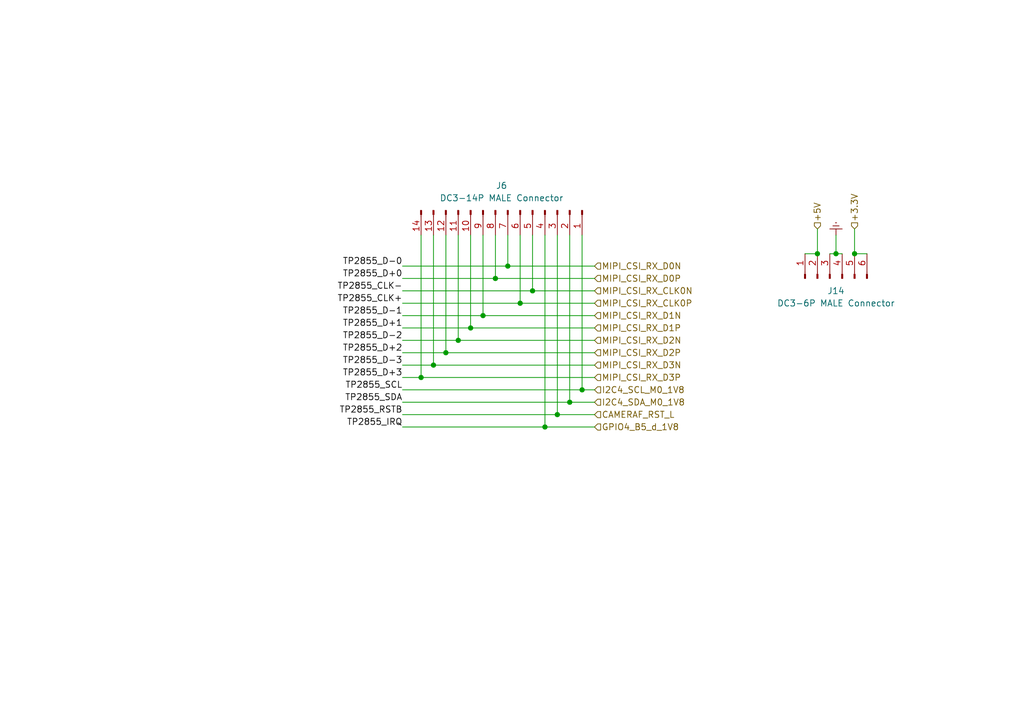
<source format=kicad_sch>
(kicad_sch (version 20231120) (generator "eeschema") (generator_version "8.0")
  (paper "A5")
  (lib_symbols
    (symbol "Connector:Conn_01x06_Pin" (pin_names (offset 1.016) hide)
      (property "Reference" "J" (at 0 7.62 0))
      (property "Value" "Conn_01x06_Pin" (at 0 -10.16 0))
      (symbol "Conn_01x06_Pin_1_1"
        (polyline (pts (xy 1.27 -7.62) (xy 0.8636 -7.62)) (stroke (width 0.1524)))
        (polyline (pts (xy 1.27 -5.08) (xy 0.8636 -5.08)) (stroke (width 0.1524)))
        (polyline (pts (xy 1.27 -2.54) (xy 0.8636 -2.54)) (stroke (width 0.1524)))
        (polyline (pts (xy 1.27 0) (xy 0.8636 0)) (stroke (width 0.1524)))
        (polyline (pts (xy 1.27 2.54) (xy 0.8636 2.54)) (stroke (width 0.1524)))
        (polyline (pts (xy 1.27 5.08) (xy 0.8636 5.08)) (stroke (width 0.1524)))
        (rectangle (start 0.8636 -7.493) (end 0 -7.747) (stroke (width 0.1524)) (fill (type outline)))
        (rectangle (start 0.8636 -4.953) (end 0 -5.207) (stroke (width 0.1524)) (fill (type outline)))
        (rectangle (start 0.8636 -2.413) (end 0 -2.667) (stroke (width 0.1524)) (fill (type outline)))
        (rectangle (start 0.8636 0.127) (end 0 -0.127) (stroke (width 0.1524)) (fill (type outline)))
        (rectangle (start 0.8636 2.667) (end 0 2.413) (stroke (width 0.1524)) (fill (type outline)))
        (rectangle (start 0.8636 5.207) (end 0 4.953) (stroke (width 0.1524)) (fill (type outline)))
        (pin passive line (at 5.08 5.08 180) (length 3.81) (name "Pin_1") (number "1"))
        (pin passive line (at 5.08 2.54 180) (length 3.81) (name "Pin_2") (number "2"))
        (pin passive line (at 5.08 0 180) (length 3.81) (name "Pin_3") (number "3"))
        (pin passive line (at 5.08 -2.54 180) (length 3.81) (name "Pin_4") (number "4"))
        (pin passive line (at 5.08 -5.08 180) (length 3.81) (name "Pin_5") (number "5"))
        (pin passive line (at 5.08 -7.62 180) (length 3.81) (name "Pin_6") (number "6"))
      )
    )
    (symbol "Connector:Conn_01x14_Pin" (pin_names (offset 1.016) hide)
      (property "Reference" "J" (at 0 17.78 0))
      (property "Value" "Conn_01x14_Pin" (at 0 -20.32 0))
      (symbol "Conn_01x14_Pin_1_1"
        (polyline (pts (xy 1.27 -17.78) (xy 0.8636 -17.78)) (stroke (width 0.1524)))
        (polyline (pts (xy 1.27 -15.24) (xy 0.8636 -15.24)) (stroke (width 0.1524)))
        (polyline (pts (xy 1.27 -12.7) (xy 0.8636 -12.7)) (stroke (width 0.1524)))
        (polyline (pts (xy 1.27 -10.16) (xy 0.8636 -10.16)) (stroke (width 0.1524)))
        (polyline (pts (xy 1.27 -7.62) (xy 0.8636 -7.62)) (stroke (width 0.1524)))
        (polyline (pts (xy 1.27 -5.08) (xy 0.8636 -5.08)) (stroke (width 0.1524)))
        (polyline (pts (xy 1.27 -2.54) (xy 0.8636 -2.54)) (stroke (width 0.1524)))
        (polyline (pts (xy 1.27 0) (xy 0.8636 0)) (stroke (width 0.1524)))
        (polyline (pts (xy 1.27 2.54) (xy 0.8636 2.54)) (stroke (width 0.1524)))
        (polyline (pts (xy 1.27 5.08) (xy 0.8636 5.08)) (stroke (width 0.1524)))
        (polyline (pts (xy 1.27 7.62) (xy 0.8636 7.62)) (stroke (width 0.1524)))
        (polyline (pts (xy 1.27 10.16) (xy 0.8636 10.16)) (stroke (width 0.1524)))
        (polyline (pts (xy 1.27 12.7) (xy 0.8636 12.7)) (stroke (width 0.1524)))
        (polyline (pts (xy 1.27 15.24) (xy 0.8636 15.24)) (stroke (width 0.1524)))
        (rectangle (start 0.8636 -17.653) (end 0 -17.907) (stroke (width 0.1524)) (fill (type outline)))
        (rectangle (start 0.8636 -15.113) (end 0 -15.367) (stroke (width 0.1524)) (fill (type outline)))
        (rectangle (start 0.8636 -12.573) (end 0 -12.827) (stroke (width 0.1524)) (fill (type outline)))
        (rectangle (start 0.8636 -10.033) (end 0 -10.287) (stroke (width 0.1524)) (fill (type outline)))
        (rectangle (start 0.8636 -7.493) (end 0 -7.747) (stroke (width 0.1524)) (fill (type outline)))
        (rectangle (start 0.8636 -4.953) (end 0 -5.207) (stroke (width 0.1524)) (fill (type outline)))
        (rectangle (start 0.8636 -2.413) (end 0 -2.667) (stroke (width 0.1524)) (fill (type outline)))
        (rectangle (start 0.8636 0.127) (end 0 -0.127) (stroke (width 0.1524)) (fill (type outline)))
        (rectangle (start 0.8636 2.667) (end 0 2.413) (stroke (width 0.1524)) (fill (type outline)))
        (rectangle (start 0.8636 5.207) (end 0 4.953) (stroke (width 0.1524)) (fill (type outline)))
        (rectangle (start 0.8636 7.747) (end 0 7.493) (stroke (width 0.1524)) (fill (type outline)))
        (rectangle (start 0.8636 10.287) (end 0 10.033) (stroke (width 0.1524)) (fill (type outline)))
        (rectangle (start 0.8636 12.827) (end 0 12.573) (stroke (width 0.1524)) (fill (type outline)))
        (rectangle (start 0.8636 15.367) (end 0 15.113) (stroke (width 0.1524)) (fill (type outline)))
        (pin passive line (at 5.08 15.24 180) (length 3.81) (name "Pin_1") (number "1"))
        (pin passive line (at 5.08 -7.62 180) (length 3.81) (name "Pin_10") (number "10"))
        (pin passive line (at 5.08 -10.16 180) (length 3.81) (name "Pin_11") (number "11"))
        (pin passive line (at 5.08 -12.7 180) (length 3.81) (name "Pin_12") (number "12"))
        (pin passive line (at 5.08 -15.24 180) (length 3.81) (name "Pin_13") (number "13"))
        (pin passive line (at 5.08 -17.78 180) (length 3.81) (name "Pin_14") (number "14"))
        (pin passive line (at 5.08 12.7 180) (length 3.81) (name "Pin_2") (number "2"))
        (pin passive line (at 5.08 10.16 180) (length 3.81) (name "Pin_3") (number "3"))
        (pin passive line (at 5.08 7.62 180) (length 3.81) (name "Pin_4") (number "4"))
        (pin passive line (at 5.08 5.08 180) (length 3.81) (name "Pin_5") (number "5"))
        (pin passive line (at 5.08 2.54 180) (length 3.81) (name "Pin_6") (number "6"))
        (pin passive line (at 5.08 0 180) (length 3.81) (name "Pin_7") (number "7"))
        (pin passive line (at 5.08 -2.54 180) (length 3.81) (name "Pin_8") (number "8"))
        (pin passive line (at 5.08 -5.08 180) (length 3.81) (name "Pin_9") (number "9"))
      )
    )
    (symbol "power:Earth" (power) (pin_names (offset 0))
      (symbol "Earth_0_1"
        (polyline (pts (xy -0.635 -1.905) (xy 0.635 -1.905)))
        (polyline (pts (xy -0.127 -2.54) (xy 0.127 -2.54)))
        (polyline (pts (xy 0 -1.27) (xy 0 0)))
        (polyline (pts (xy 1.27 -1.27) (xy -1.27 -1.27)))
      )
      (symbol "Earth_1_1"
        (pin power_in line (at 0 0 270) (length 0) hide (name "Earth") (number "1"))
      )
    )
  )
  (junction (at 175.26 52.07))
  (junction (at 96.52 67.31))
  (junction (at 99.06 64.77))
  (junction (at 119.38 80.01))
  (junction (at 167.64 52.07))
  (junction (at 93.98 69.85))
  (junction (at 116.84 82.55))
  (junction (at 106.68 62.23))
  (junction (at 114.3 85.09))
  (junction (at 111.76 87.63))
  (junction (at 91.44 72.39))
  (junction (at 171.45 52.07))
  (junction (at 101.6 57.15))
  (junction (at 104.14 54.61))
  (junction (at 86.36 77.47))
  (junction (at 88.9 74.93))
  (junction (at 109.22 59.69))
  (wire (pts (xy 165.1 52.07) (xy 167.64 52.07)))
  (wire (pts (xy 82.55 80.01) (xy 119.38 80.01)))
  (wire (pts (xy 82.55 77.47) (xy 86.36 77.47)))
  (wire (pts (xy 104.14 54.61) (xy 121.92 54.61)))
  (wire (pts (xy 167.64 46.99) (xy 167.64 52.07)))
  (wire (pts (xy 175.26 46.99) (xy 175.26 52.07)))
  (wire (pts (xy 106.68 62.23) (xy 121.92 62.23)))
  (wire (pts (xy 82.55 62.23) (xy 106.68 62.23)))
  (wire (pts (xy 116.84 48.26) (xy 116.84 82.55)))
  (wire (pts (xy 82.55 74.93) (xy 88.9 74.93)))
  (wire (pts (xy 119.38 48.26) (xy 119.38 80.01)))
  (wire (pts (xy 82.55 54.61) (xy 104.14 54.61)))
  (wire (pts (xy 119.38 80.01) (xy 121.92 80.01)))
  (wire (pts (xy 109.22 48.26) (xy 109.22 59.69)))
  (wire (pts (xy 101.6 48.26) (xy 101.6 57.15)))
  (wire (pts (xy 111.76 48.26) (xy 111.76 87.63)))
  (wire (pts (xy 82.55 87.63) (xy 111.76 87.63)))
  (wire (pts (xy 171.45 48.26) (xy 171.45 52.07)))
  (bus (pts (xy 581.9639 276.86) (xy 581.9639 281.9526)))
  (wire (pts (xy 93.98 69.85) (xy 121.92 69.85)))
  (wire (pts (xy 82.55 72.39) (xy 91.44 72.39)))
  (wire (pts (xy 88.9 48.26) (xy 88.9 74.93)))
  (wire (pts (xy 86.36 48.26) (xy 86.36 77.47)))
  (wire (pts (xy 82.55 85.09) (xy 114.3 85.09)))
  (wire (pts (xy 82.55 59.69) (xy 109.22 59.69)))
  (wire (pts (xy 93.98 48.26) (xy 93.98 69.85)))
  (wire (pts (xy 88.9 74.93) (xy 121.92 74.93)))
  (wire (pts (xy 82.55 67.31) (xy 96.52 67.31)))
  (wire (pts (xy 116.84 82.55) (xy 121.92 82.55)))
  (wire (pts (xy 91.44 48.26) (xy 91.44 72.39)))
  (wire (pts (xy 171.45 52.07) (xy 170.18 52.07)))
  (wire (pts (xy 96.52 67.31) (xy 121.92 67.31)))
  (bus (pts (xy 153.67 402.7986) (xy 153.838 402.7986)))
  (wire (pts (xy 96.52 48.26) (xy 96.52 67.31)))
  (wire (pts (xy 82.55 69.85) (xy 93.98 69.85)))
  (wire (pts (xy 101.6 57.15) (xy 121.92 57.15)))
  (wire (pts (xy 114.3 48.26) (xy 114.3 85.09)))
  (wire (pts (xy 99.06 64.77) (xy 121.92 64.77)))
  (wire (pts (xy 86.36 77.47) (xy 121.92 77.47)))
  (wire (pts (xy 99.06 48.26) (xy 99.06 64.77)))
  (wire (pts (xy 109.22 59.69) (xy 121.92 59.69)))
  (wire (pts (xy 171.45 52.07) (xy 172.72 52.07)))
  (wire (pts (xy 175.26 52.07) (xy 177.8 52.07)))
  (wire (pts (xy 114.3 85.09) (xy 121.92 85.09)))
  (wire (pts (xy 82.55 64.77) (xy 99.06 64.77)))
  (wire (pts (xy 82.55 57.15) (xy 101.6 57.15)))
  (wire (pts (xy 106.68 48.26) (xy 106.68 62.23)))
  (wire (pts (xy 91.44 72.39) (xy 121.92 72.39)))
  (bus (pts (xy 243.837 407.9009) (xy 243.84 407.9009)))
  (wire (pts (xy 111.76 87.63) (xy 121.92 87.63)))
  (wire (pts (xy 104.14 48.26) (xy 104.14 54.61)))
  (wire (pts (xy 82.55 82.55) (xy 116.84 82.55)))
  (label "TP2855_D-1" (at 82.55 64.77 180))
  (label "TP2855_D+1" (at 82.55 67.31 180))
  (label "TP2855_IRQ" (at 82.55 87.63 180))
  (label "TP2855_RSTB" (at 82.55 85.09 180))
  (label "TP2855_SCL" (at 82.55 80.01 180))
  (label "TP2855_D-0" (at 82.55 54.61 180))
  (label "TP2855_D-3" (at 82.55 74.93 180))
  (label "TP2855_CLK-" (at 82.55 59.69 180))
  (label "TP2855_SDA" (at 82.55 82.55 180))
  (label "TP2855_D+0" (at 82.55 57.15 180))
  (label "TP2855_D+3" (at 82.55 77.47 180))
  (label "TP2855_D+2" (at 82.55 72.39 180))
  (label "TP2855_CLK+" (at 82.55 62.23 180))
  (label "TP2855_D-2" (at 82.55 69.85 180))
  (hierarchical_label "MIPI_CSI_RX_D1P" (shape input) (at 121.92 67.31 0))
  (hierarchical_label "MIPI_CSI_RX_D0N" (shape input) (at 121.92 54.61 0))
  (hierarchical_label "I2C4_SDA_M0_1V8" (shape input) (at 121.92 82.55 0))
  (hierarchical_label "MIPI_CSI_RX_D2N" (shape input) (at 121.92 69.85 0))
  (hierarchical_label "MIPI_CSI_RX_D3N" (shape input) (at 121.92 74.93 0))
  (hierarchical_label "GPIO4_B5_d_1V8" (shape input) (at 121.92 87.63 0))
  (hierarchical_label "MIPI_CSI_RX_D3P" (shape input) (at 121.92 77.47 0))
  (hierarchical_label "MIPI_CSI_RX_D0P" (shape input) (at 121.92 57.15 0))
  (hierarchical_label "I2C4_SCL_M0_1V8" (shape input) (at 121.92 80.01 0))
  (hierarchical_label "+3.3V" (shape input) (at 175.26 46.99 90))
  (hierarchical_label "MIPI_CSI_RX_D1N" (shape input) (at 121.92 64.77 0))
  (hierarchical_label "CAMERAF_RST_L" (shape input) (at 121.92 85.09 0))
  (hierarchical_label "MIPI_CSI_RX_CLK0N" (shape input) (at 121.92 59.69 0))
  (hierarchical_label "MIPI_CSI_RX_CLK0P" (shape input) (at 121.92 62.23 0))
  (hierarchical_label "+5V" (shape input) (at 167.64 46.99 90))
  (hierarchical_label "MIPI_CSI_RX_D2P" (shape input) (at 121.92 72.39 0))
  (symbol (lib_id "Connector:Conn_01x06_Pin") (at 170.18 57.15 90) (unit 1)
    (property "Reference" "J14" (at 171.45 59.69 90))
    (property "Value" "DC3-6P MALE Connector" (at 171.45 62.23 90))
    (property "Footprint" "Footprint Library:Analog power connector" (effects (hide yes)))
    (property "Description" "Generic connector, single row, 01x06, script generated" (effects (hide yes)))
  )
  (symbol (lib_id "power:Earth") (at 171.45 48.26 180) (unit 1)
    (property "Reference" "#PWR033" (effects (hide yes)))
    (property "Value" "Earth" (effects (hide yes)))
  )
  (symbol (lib_id "Connector:Conn_01x14_Pin") (at 104.14 43.18 270) (unit 1)
    (property "Reference" "J6" (at 102.87 38.1 90))
    (property "Value" "DC3-14P MALE Connector" (at 102.87 40.64 90))
    (property "Footprint" "Footprint Library:Analog connector" (effects (hide yes)))
    (property "Description" "Generic connector, single row, 01x14, script generated" (effects (hide yes)))
    (property "MPN" "DC3-14P MALE Connector" (effects (hide yes)))
  )
)
</source>
